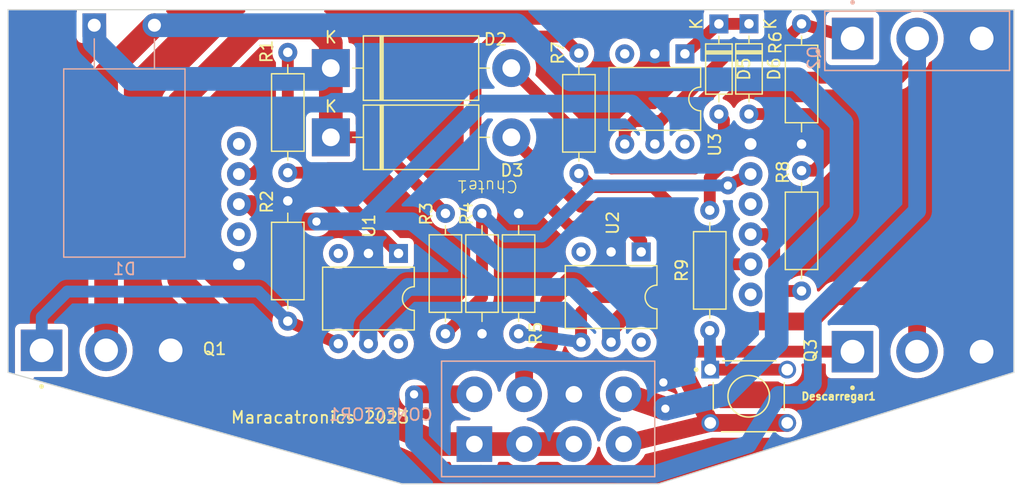
<source format=kicad_pcb>
(kicad_pcb (version 20221018) (generator pcbnew)
  (layers (0 "F.Cu" signal) (31 "B.Cu" signal) (34 "B.Paste" user) (35 "F.Paste" user) (36 "B.SilkS" user "B.Silkscreen") (37 "F.SilkS" user "F.Silkscreen") (38 "B.Mask" user) (39 "F.Mask" user) (44 "Edge.Cuts" user))
  (net 0 "")
  (net 7 "CAP1+")
  (net 8 "SOLENOIDE1_2")
  (net 9 "PWM_carregamento")
  (net 10 "18V")
  (net 12 "ADC_Chute")
  (net 13 "DISPARO NORMAL")
  (net 14 "DISPARO CHIP KICK")
  (net 15 "SOLENOIDE2_2")
  (net 16 "Net-(Q2-Pad1)")
  (net 17 "Net-(Q3-Pad1)")
  (net 18 "Net-(Q1-Pad1)")
  (net 19 "Net-(R7-Pad2)")
  (net 20 "INDUTOR1_2")
  (net 21 "GND")
  (net 22 "Net-(R1-Pad2)")
  (net 23 "Net-(D5-K)")
  (net 27 "Net-(D5-A)")
  (net 28 "Net-(D6-A)")
  (net 29 "Net-(Descarregar1-Pad1)")
  (footprint "Resistor_THT:R_Axial_DIN0207_L6.3mm_D2.5mm_P10.16mm_Horizontal" (layer "F.Cu") (at 150.879848 82.51 -90)
    (fp_text reference "R1" (at -0.078 1.792 90) (layer "F.SilkS"))
    (fp_text value "220")
    (fp_line (start 1.04 0) (end 1.81 0) (stroke (width 0.12)) (layer "F.SilkS"))
    (fp_line (start 1.81 -1.37) (end 1.81 1.37) (stroke (width 0.12)) (layer "F.SilkS"))
    (fp_line (start 1.81 1.37) (end 8.35 1.37) (stroke (width 0.12)) (layer "F.SilkS"))
    (fp_line (start 8.35 -1.37) (end 1.81 -1.37) (stroke (width 0.12)) (layer "F.SilkS"))
    (fp_line (start 8.35 1.37) (end 8.35 -1.37) (stroke (width 0.12)) (layer "F.SilkS"))
    (fp_line (start 9.12 0) (end 8.35 0) (stroke (width 0.12)) (layer "F.SilkS"))
    (pad "1" thru_hole circle (at 0 0 270) (size 1.6 1.6) (drill 0.8) (layers "*.Cu" "*.Mask") (net 9 "PWM_carregamento"))
    (pad "2" thru_hole oval (at 10.16 0 270) (size 1.6 1.6) (drill 0.8) (layers "*.Cu" "*.Mask") (net 22 "Net-(R1-Pad2)"))
  )
  (footprint "Package_DIP:DIP-6_W7.62mm" (layer "F.Cu") (at 180.719848 99.36 -90)
    (fp_text reference "U2" (at -2.45 2.402 90) (layer "F.SilkS"))
    (fp_text value "OPTO DISPARO KICK")
    (fp_line (start 1.16 -1.33) (end 1.16 6.41) (stroke (width 0.12)) (layer "F.SilkS"))
    (fp_line (start 1.16 6.41) (end 6.46 6.41) (stroke (width 0.12)) (layer "F.SilkS"))
    (fp_line (start 2.81 -1.33) (end 1.16 -1.33) (stroke (width 0.12)) (layer "F.SilkS"))
    (fp_line (start 6.46 -1.33) (end 4.81 -1.33) (stroke (width 0.12)) (layer "F.SilkS"))
    (fp_line (start 6.46 6.41) (end 6.46 -1.33) (stroke (width 0.12)) (layer "F.SilkS"))
    (fp_arc (start 4.81 -1.33) (mid 3.81 -0.33) (end 2.81 -1.33) (stroke (width 0.12)) (layer "F.SilkS"))
    (pad "1" thru_hole rect (at 0 0 270) (size 1.6 1.6) (drill 0.8) (layers "*.Cu" "*.Mask") (net 19 "Net-(R7-Pad2)"))
    (pad "2" thru_hole oval (at 0 2.54 270) (size 1.6 1.6) (drill 0.8) (layers "*.Cu" "*.Mask") (net 21 "GND"))
    (pad "3" thru_hole oval (at 0 5.08 270) (size 1.6 1.6) (drill 0.8) (layers "*.Cu" "*.Mask"))
    (pad "4" thru_hole oval (at 7.62 5.08 270) (size 1.6 1.6) (drill 0.8) (layers "*.Cu" "*.Mask") (net 17 "Net-(Q3-Pad1)"))
    (pad "5" thru_hole oval (at 7.62 2.54 270) (size 1.6 1.6) (drill 0.8) (layers "*.Cu" "*.Mask") (net 10 "18V"))
    (pad "6" thru_hole oval (at 7.62 0 270) (size 1.6 1.6) (drill 0.8) (layers "*.Cu" "*.Mask"))
  )
  (footprint "Resistor_THT:R_Axial_DIN0207_L6.3mm_D2.5mm_P10.16mm_Horizontal" (layer "F.Cu") (at 194.259848 102.66 90)
    (fp_text reference "R8" (at 10.028 -1.576 90) (layer "F.SilkS"))
    (fp_text value "100")
    (fp_line (start 1.04 0) (end 1.81 0) (stroke (width 0.12)) (layer "F.SilkS"))
    (fp_line (start 1.81 -1.37) (end 1.81 1.37) (stroke (width 0.12)) (layer "F.SilkS"))
    (fp_line (start 1.81 1.37) (end 8.35 1.37) (stroke (width 0.12)) (layer "F.SilkS"))
    (fp_line (start 8.35 -1.37) (end 1.81 -1.37) (stroke (width 0.12)) (layer "F.SilkS"))
    (fp_line (start 8.35 1.37) (end 8.35 -1.37) (stroke (width 0.12)) (layer "F.SilkS"))
    (fp_line (start 9.12 0) (end 8.35 0) (stroke (width 0.12)) (layer "F.SilkS"))
    (pad "1" thru_hole circle (at 0 0 90) (size 1.6 1.6) (drill 0.8) (layers "*.Cu" "*.Mask") (net 13 "DISPARO NORMAL"))
    (pad "2" thru_hole oval (at 10.16 0 90) (size 1.6 1.6) (drill 0.8) (layers "*.Cu" "*.Mask") (net 28 "Net-(D6-A)"))
  )
  (footprint "Resistor_THT:R_Axial_DIN0207_L6.3mm_D2.5mm_P10.16mm_Horizontal" (layer "F.Cu") (at 175.459848 92.74 90)
    (fp_text reference "R7" (at 10.178 -1.774 90) (layer "F.SilkS"))
    (fp_text value "220")
    (fp_line (start 1.04 0) (end 1.81 0) (stroke (width 0.12)) (layer "F.SilkS"))
    (fp_line (start 1.81 -1.37) (end 1.81 1.37) (stroke (width 0.12)) (layer "F.SilkS"))
    (fp_line (start 1.81 1.37) (end 8.35 1.37) (stroke (width 0.12)) (layer "F.SilkS"))
    (fp_line (start 8.35 -1.37) (end 1.81 -1.37) (stroke (width 0.12)) (layer "F.SilkS"))
    (fp_line (start 8.35 1.37) (end 8.35 -1.37) (stroke (width 0.12)) (layer "F.SilkS"))
    (fp_line (start 9.12 0) (end 8.35 0) (stroke (width 0.12)) (layer "F.SilkS"))
    (pad "1" thru_hole circle (at 0 0 90) (size 1.6 1.6) (drill 0.8) (layers "*.Cu" "*.Mask") (net 14 "DISPARO CHIP KICK"))
    (pad "2" thru_hole oval (at 10.16 0 90) (size 1.6 1.6) (drill 0.8) (layers "*.Cu" "*.Mask") (net 19 "Net-(R7-Pad2)"))
  )
  (footprint "Resistor_THT:R_Axial_DIN0207_L6.3mm_D2.5mm_P10.16mm_Horizontal" (layer "F.Cu") (at 167.279848 96.11 -90)
    (fp_text reference "R4" (at 0.018 1.316 90) (layer "F.SilkS"))
    (fp_text value "22k")
    (fp_line (start 1.04 0) (end 1.81 0) (stroke (width 0.12)) (layer "F.SilkS"))
    (fp_line (start 1.81 -1.37) (end 1.81 1.37) (stroke (width 0.12)) (layer "F.SilkS"))
    (fp_line (start 1.81 1.37) (end 8.35 1.37) (stroke (width 0.12)) (layer "F.SilkS"))
    (fp_line (start 8.35 -1.37) (end 1.81 -1.37) (stroke (width 0.12)) (layer "F.SilkS"))
    (fp_line (start 8.35 1.37) (end 8.35 -1.37) (stroke (width 0.12)) (layer "F.SilkS"))
    (fp_line (start 9.12 0) (end 8.35 0) (stroke (width 0.12)) (layer "F.SilkS"))
    (pad "1" thru_hole circle (at 0 0 270) (size 1.6 1.6) (drill 0.8) (layers "*.Cu" "*.Mask") (net 12 "ADC_Chute"))
    (pad "2" thru_hole oval (at 10.16 0 270) (size 1.6 1.6) (drill 0.8) (layers "*.Cu" "*.Mask") (net 21 "GND"))
  )
  (footprint "Maraca:SW_1825910-6-4" (layer "F.Cu") (at 189.8 111.55)
    (fp_text reference "Descarregar1" (at 7.59 0.01) (layer "F.SilkS") (effects (font (size 0.630643 0.630643))))
    (fp_text value "1825910-6")
    (fp_line (start -2.995 -1.15) (end -2.995 1.15) (stroke (width 0.127)) (layer "F.SilkS"))
    (fp_line (start -2.2 -2.995) (end 2.3 -2.995) (stroke (width 0.127)) (layer "F.SilkS"))
    (fp_line (start 2.3 2.995) (end -2.3 2.995) (stroke (width 0.127)) (layer "F.SilkS"))
    (fp_line (start 3 -1.15) (end 3 1.15) (stroke (width 0.127)) (layer "F.SilkS"))
    (fp_circle (center -4.445 -2.25) (end -4.345 -2.25) (stroke (width 0.2)) (fill none) (layer "F.SilkS"))
    (fp_circle (center 0 0) (end 1.755 0) (stroke (width 0.127)) (fill none) (layer "F.SilkS"))
    (pad "1" thru_hole rect (at -3.25 -2.25) (size 1.498 1.498) (drill 0.99) (layers "*.Cu" "*.Mask") (net 29 "Net-(Descarregar1-Pad1)"))
    (pad "2" thru_hole circle (at 3.25 -2.25) (size 1.498 1.498) (drill 0.99) (layers "*.Cu" "*.Mask") (net 29 "Net-(Descarregar1-Pad1)"))
    (pad "3" thru_hole circle (at -3.25 2.25) (size 1.498 1.498) (drill 0.99) (layers "*.Cu" "*.Mask") (net 10 "18V"))
    (pad "4" thru_hole circle (at 3.25 2.25) (size 1.498 1.498) (drill 0.99) (layers "*.Cu" "*.Mask") (net 10 "18V"))
  )
  (footprint "Diode_THT:D_DO-201AD_P15.24mm_Horizontal" (layer "F.Cu") (at 154.514848 89.685)
    (fp_text reference "D3" (at 15.295 2.8) (layer "F.SilkS"))
    (fp_text value "1N5408")
    (fp_text user "K" (at 0 -2.6) (layer "F.SilkS"))
    (fp_line (start 1.84 0) (end 2.75 0) (stroke (width 0.12)) (layer "F.SilkS"))
    (fp_line (start 2.75 -2.72) (end 2.75 2.72) (stroke (width 0.12)) (layer "F.SilkS"))
    (fp_line (start 2.75 2.72) (end 12.49 2.72) (stroke (width 0.12)) (layer "F.SilkS"))
    (fp_line (start 4.175 -2.72) (end 4.175 2.72) (stroke (width 0.12)) (layer "F.SilkS"))
    (fp_line (start 4.295 -2.72) (end 4.295 2.72) (stroke (width 0.12)) (layer "F.SilkS"))
    (fp_line (start 4.415 -2.72) (end 4.415 2.72) (stroke (width 0.12)) (layer "F.SilkS"))
    (fp_line (start 12.49 -2.72) (end 2.75 -2.72) (stroke (width 0.12)) (layer "F.SilkS"))
    (fp_line (start 12.49 2.72) (end 12.49 -2.72) (stroke (width 0.12)) (layer "F.SilkS"))
    (fp_line (start 13.4 0) (end 12.49 0) (stroke (width 0.12)) (layer "F.SilkS"))
    (pad "1" thru_hole rect (at 0 0) (size 3.2 3.2) (drill 1.5) (layers "*.Cu" "*.Mask") (net 7 "CAP1+"))
    (pad "2" thru_hole oval (at 15.24 0) (size 3.2 3.2) (drill 1.5) (layers "*.Cu" "*.Mask") (net 15 "SOLENOIDE2_2"))
  )
  (footprint "Resistor_THT:R_Axial_DIN0207_L6.3mm_D2.5mm_P10.16mm_Horizontal" (layer "F.Cu") (at 170.369848 106.27 90)
    (fp_text reference "R5" (at 0.038 1.448 90) (layer "F.SilkS"))
    (fp_text value "10k")
    (fp_line (start 1.04 0) (end 1.81 0) (stroke (width 0.12)) (layer "F.SilkS"))
    (fp_line (start 1.81 -1.37) (end 1.81 1.37) (stroke (width 0.12)) (layer "F.SilkS"))
    (fp_line (start 1.81 1.37) (end 8.35 1.37) (stroke (width 0.12)) (layer "F.SilkS"))
    (fp_line (start 8.35 -1.37) (end 1.81 -1.37) (stroke (width 0.12)) (layer "F.SilkS"))
    (fp_line (start 8.35 1.37) (end 8.35 -1.37) (stroke (width 0.12)) (layer "F.SilkS"))
    (fp_line (start 9.12 0) (end 8.35 0) (stroke (width 0.12)) (layer "F.SilkS"))
    (pad "1" thru_hole circle (at 0 0 90) (size 1.6 1.6) (drill 0.8) (layers "*.Cu" "*.Mask") (net 17 "Net-(Q3-Pad1)"))
    (pad "2" thru_hole oval (at 10.16 0 90) (size 1.6 1.6) (drill 0.8) (layers "*.Cu" "*.Mask") (net 21 "GND"))
  )
  (footprint "Maraca:TO545P1560X500X2460-3 90d" (layer "F.Cu") (at 135.539848 107.6725)
    (fp_text reference "Q1" (at 9.156 -0.124) (layer "F.SilkS"))
    (fp_text value "IRFP260N")
    (fp_circle (center -5.45 3.05) (end -5.35 3.05) (stroke (width 0.2)) (fill none) (layer "F.SilkS"))
    (pad "1" thru_hole rect (at -5.45 0) (size 3.5 3.5) (drill 2) (layers "*.Cu" "*.Mask") (net 18 "Net-(Q1-Pad1)"))
    (pad "2" thru_hole circle (at 0 0) (size 3.5 3.5) (drill 2) (layers "*.Cu" "*.Mask") (net 20 "INDUTOR1_2"))
    (pad "3" thru_hole circle (at 5.45 0) (size 3.5 3.5) (drill 2) (layers "*.Cu" "*.Mask") (net 21 "GND"))
  )
  (footprint "Diode_THT:D_DO-35_SOD27_P7.62mm_Horizontal" (layer "F.Cu") (at 187.279848 80.11 -90)
    (fp_text reference "D5" (at 3.81 -2.12 90) (layer "F.SilkS"))
    (fp_text value "1N4148")
    (fp_text user "K" (at -0.01 1.91 90) (layer "F.SilkS"))
    (fp_line (start 1.04 0) (end 1.69 0) (stroke (width 0.12)) (layer "F.SilkS"))
    (fp_line (start 1.69 -1.12) (end 1.69 1.12) (stroke (width 0.12)) (layer "F.SilkS"))
    (fp_line (start 1.69 1.12) (end 5.93 1.12) (stroke (width 0.12)) (layer "F.SilkS"))
    (fp_line (start 2.29 -1.12) (end 2.29 1.12) (stroke (width 0.12)) (layer "F.SilkS"))
    (fp_line (start 2.41 -1.12) (end 2.41 1.12) (stroke (width 0.12)) (layer "F.SilkS"))
    (fp_line (start 2.53 -1.12) (end 2.53 1.12) (stroke (width 0.12)) (layer "F.SilkS"))
    (fp_line (start 5.93 -1.12) (end 1.69 -1.12) (stroke (width 0.12)) (layer "F.SilkS"))
    (fp_line (start 5.93 1.12) (end 5.93 -1.12) (stroke (width 0.12)) (layer "F.SilkS"))
    (fp_line (start 6.58 0) (end 5.93 0) (stroke (width 0.12)) (layer "F.SilkS"))
    (pad "1" thru_hole rect (at 0 0 270) (size 1.6 1.6) (drill 0.8) (layers "*.Cu" "*.Mask") (net 23 "Net-(D5-K)"))
    (pad "2" thru_hole oval (at 7.62 0 270) (size 1.6 1.6) (drill 0.8) (layers "*.Cu" "*.Mask") (net 27 "Net-(D5-A)"))
  )
  (footprint "Resistor_THT:R_Axial_DIN0207_L6.3mm_D2.5mm_P10.16mm_Horizontal" (layer "F.Cu") (at 186.509848 106 90)
    (fp_text reference "R9" (at 5.08 -2.37 90) (layer "F.SilkS"))
    (fp_text value "1.6k")
    (fp_line (start 1.04 0) (end 1.81 0) (stroke (width 0.12)) (layer "F.SilkS"))
    (fp_line (start 1.81 -1.37) (end 1.81 1.37) (stroke (width 0.12)) (layer "F.SilkS"))
    (fp_line (start 1.81 1.37) (end 8.35 1.37) (stroke (width 0.12)) (layer "F.SilkS"))
    (fp_line (start 8.35 -1.37) (end 1.81 -1.37) (stroke (width 0.12)) (layer "F.SilkS"))
    (fp_line (start 8.35 1.37) (end 8.35 -1.37) (stroke (width 0.12)) (layer "F.SilkS"))
    (fp_line (start 9.12 0) (end 8.35 0) (stroke (width 0.12)) (layer "F.SilkS"))
    (pad "1" thru_hole circle (at 0 0 90) (size 1.6 1.6) (drill 0.8) (layers "*.Cu" "*.Mask") (net 29 "Net-(Descarregar1-Pad1)"))
    (pad "2" thru_hole oval (at 10.16 0 90) (size 1.6 1.6) (drill 0.8) (layers "*.Cu" "*.Mask") (net 27 "Net-(D5-A)"))
  )
  (footprint "Maraca:TO545P1560X500X2460-3 90d" (layer "F.Cu") (at 204.009848 107.7825)
    (fp_text reference "Q3" (at -8.988 -0.0965 90) (layer "F.SilkS"))
    (fp_text value "IRFP260N")
    (fp_circle (center -5.45 3.05) (end -5.35 3.05) (stroke (width 0.2)) (fill none) (layer "F.SilkS"))
    (pad "1" thru_hole rect (at -5.45 0) (size 3.5 3.5) (drill 2) (layers "*.Cu" "*.Mask") (net 17 "Net-(Q3-Pad1)"))
    (pad "2" thru_hole circle (at 0 0) (size 3.5 3.5) (drill 2) (layers "*.Cu" "*.Mask") (net 15 "SOLENOIDE2_2"))
    (pad "3" thru_hole circle (at 5.45 0 2) (size 3.5 3.5) (drill 2) (layers "*.Cu" "*.Mask") (net 21 "GND"))
  )
  (footprint "Package_DIP:DIP-6_W7.62mm" (layer "F.Cu") (at 184.409848 82.635 -90)
    (fp_text reference "U3" (at 7.675 -2.53 90) (layer "F.SilkS"))
    (fp_text value "OPTO DISPARO")
    (fp_line (start 1.16 -1.33) (end 1.16 6.41) (stroke (width 0.12)) (layer "F.SilkS"))
    (fp_line (start 1.16 6.41) (end 6.46 6.41) (stroke (width 0.12)) (layer "F.SilkS"))
    (fp_line (start 2.81 -1.33) (end 1.16 -1.33) (stroke (width 0.12)) (layer "F.SilkS"))
    (fp_line (start 6.46 -1.33) (end 4.81 -1.33) (stroke (width 0.12)) (layer "F.SilkS"))
    (fp_line (start 6.46 6.41) (end 6.46 -1.33) (stroke (width 0.12)) (layer "F.SilkS"))
    (fp_arc (start 4.81 -1.33) (mid 3.81 -0.33) (end 2.81 -1.33) (stroke (width 0.12)) (layer "F.SilkS"))
    (pad "1" thru_hole rect (at 0 0 270) (size 1.6 1.6) (drill 0.8) (layers "*.Cu" "*.Mask") (net 23 "Net-(D5-K)"))
    (pad "2" thru_hole oval (at 0 2.54 270) (size 1.6 1.6) (drill 0.8) (layers "*.Cu" "*.Mask") (net 21 "GND"))
    (pad "3" thru_hole oval (at 0 5.08 270) (size 1.6 1.6) (drill 0.8) (layers "*.Cu" "*.Mask"))
    (pad "4" thru_hole oval (at 7.62 5.08 270) (size 1.6 1.6) (drill 0.8) (layers "*.Cu" "*.Mask") (net 16 "Net-(Q2-Pad1)"))
    (pad "5" thru_hole oval (at 7.62 2.54 270) (size 1.6 1.6) (drill 0.8) (layers "*.Cu" "*.Mask") (net 10 "18V"))
    (pad "6" thru_hole oval (at 7.62 0 270) (size 1.6 1.6) (drill 0.8) (layers "*.Cu" "*.Mask"))
  )
  (footprint "Package_DIP:DIP-6_W7.62mm" (layer "F.Cu") (at 160.229848 99.49 -90)
    (fp_text reference "U1" (at -2.326 2.486 90) (layer "F.SilkS"))
    (fp_text value "OPTO PWM")
    (fp_line (start 1.16 -1.33) (end 1.16 6.41) (stroke (width 0.12)) (layer "F.SilkS"))
    (fp_line (start 1.16 6.41) (end 6.46 6.41) (stroke (width 0.12)) (layer "F.SilkS"))
    (fp_line (start 2.81 -1.33) (end 1.16 -1.33) (stroke (width 0.12)) (layer "F.SilkS"))
    (fp_line (start 6.46 -1.33) (end 4.81 -1.33) (stroke (width 0.12)) (layer "F.SilkS"))
    (fp_line (start 6.46 6.41) (end 6.46 -1.33) (stroke (width 0.12)) (layer "F.SilkS"))
    (fp_arc (start 4.81 -1.33) (mid 3.81 -0.33) (end 2.81 -1.33) (stroke (width 0.12)) (layer "F.SilkS"))
    (pad "1" thru_hole rect (at 0 0 270) (size 1.6 1.6) (drill 0.8) (layers "*.Cu" "*.Mask") (net 22 "Net-(R1-Pad2)"))
    (pad "2" thru_hole oval (at 0 2.54 270) (size 1.6 1.6) (drill 0.8) (layers "*.Cu" "*.Mask") (net 21 "GND"))
    (pad "3" thru_hole oval (at 0 5.08 270) (size 1.6 1.6) (drill 0.8) (layers "*.Cu" "*.Mask"))
    (pad "4" thru_hole oval (at 7.62 5.08 270) (size 1.6 1.6) (drill 0.8) (layers "*.Cu" "*.Mask") (net 18 "Net-(Q1-Pad1)"))
    (pad "5" thru_hole oval (at 7.62 2.54 270) (size 1.6 1.6) (drill 0.8) (layers "*.Cu" "*.Mask") (net 10 "18V"))
    (pad "6" thru_hole oval (at 7.62 0 270) (size 1.6 1.6) (drill 0.8) (layers "*.Cu" "*.Mask"))
  )
  (footprint "Resistor_THT:R_Axial_DIN0207_L6.3mm_D2.5mm_P10.16mm_Horizontal" (layer "F.Cu") (at 150.879848 95.05 -90)
    (fp_text reference "R2" (at 0.082 1.772 90) (layer "F.SilkS"))
    (fp_text value "10k")
    (fp_line (start 1.04 0) (end 1.81 0) (stroke (width 0.12)) (layer "F.SilkS"))
    (fp_line (start 1.81 -1.37) (end 1.81 1.37) (stroke (width 0.12)) (layer "F.SilkS"))
    (fp_line (start 1.81 1.37) (end 8.35 1.37) (stroke (width 0.12)) (layer "F.SilkS"))
    (fp_line (start 8.35 -1.37) (end 1.81 -1.37) (stroke (width 0.12)) (layer "F.SilkS"))
    (fp_line (start 8.35 1.37) (end 8.35 -1.37) (stroke (width 0.12)) (layer "F.SilkS"))
    (fp_line (start 9.12 0) (end 8.35 0) (stroke (width 0.12)) (layer "F.SilkS"))
    (pad "1" thru_hole circle (at 0 0 270) (size 1.6 1.6) (drill 0.8) (layers "*.Cu" "*.Mask") (net 21 "GND"))
    (pad "2" thru_hole oval (at 10.16 0 270) (size 1.6 1.6) (drill 0.8) (layers "*.Cu" "*.Mask") (net 18 "Net-(Q1-Pad1)"))
  )
  (footprint "Maraca:Conn_2x11_Maraca_Chute" (layer "F.Cu") (at 168.409848 95.285)
    (fp_text reference "Chute1" (at -0.69 -1.46 180 unlocked) (layer "F.SilkS") (effects (font (thickness 0.1))))
    (fp_text value "Conn_02x11_Pin_Maraca")
    (pad "1" thru_hole circle (at -21.66 -5.04) (size 2 2) (drill 1) (layers "*.Cu" "*.Mask"))
    (pad "2" thru_hole circle (at -21.66 -2.5) (size 2 2) (drill 1) (layers "*.Cu" "*.Mask") (net 9 "PWM_carregamento"))
    (pad "3" thru_hole circle (at -21.66 0.04) (size 2 2) (drill 1) (layers "*.Cu" "*.Mask") (net 10 "18V"))
    (pad "4" thru_hole circle (at -21.66 2.58) (size 2 2) (drill 1) (layers "*.Cu" "*.Mask"))
    (pad "5" thru_hole circle (at -21.66 5.12) (size 2 2) (drill 1) (layers "*.Cu" "*.Mask") (net 21 "GND"))
    (pad "6" thru_hole circle (at 21.55 -5.04) (size 2 2) (drill 1) (layers "*.Cu" "*.Mask") (net 21 "GND"))
    (pad "7" thru_hole circle (at 21.55 -2.5) (size 2 2) (drill 1) (layers "*.Cu" "*.Mask") (net 12 "ADC_Chute"))
    (pad "8" thru_hole circle (at 21.55 0.04) (size 2 2) (drill 1) (layers "*.Cu" "*.Mask"))
    (pad "9" thru_hole circle (at 21.55 2.58) (size 2 2) (drill 1) (layers "*.Cu" "*.Mask") (net 13 "DISPARO NORMAL"))
    (pad "10" thru_hole circle (at 21.55 5.12) (size 2 2) (drill 1) (layers "*.Cu" "*.Mask") (net 14 "DISPARO CHIP KICK"))
    (pad "11" thru_hole circle (at 21.55 7.66) (size 2 2) (drill 1) (layers "*.Cu" "*.Mask"))
  )
  (footprint "Diode_THT:D_DO-201AD_P15.24mm_Horizontal" (layer "F.Cu") (at 154.509848 83.84)
    (fp_text reference "D2" (at 13.902 -2.424) (layer "F.SilkS"))
    (fp_text value "1N5408")
    (fp_text user "K" (at 0 -2.6) (layer "F.SilkS"))
    (fp_line (start 1.84 0) (end 2.75 0) (stroke (width 0.12)) (layer "F.SilkS"))
    (fp_line (start 2.75 -2.72) (end 2.75 2.72) (stroke (width 0.12)) (layer "F.SilkS"))
    (fp_line (start 2.75 2.72) (end 12.49 2.72) (stroke (width 0.12)) (layer "F.SilkS"))
    (fp_line (start 4.175 -2.72) (end 4.175 2.72) (stroke (width 0.12)) (layer "F.SilkS"))
    (fp_line (start 4.295 -2.72) (end 4.295 2.72) (stroke (width 0.12)) (layer "F.SilkS"))
    (fp_line (start 4.415 -2.72) (end 4.415 2.72) (stroke (width 0.12)) (layer "F.SilkS"))
    (fp_line (start 12.49 -2.72) (end 2.75 -2.72) (stroke (width 0.12)) (layer "F.SilkS"))
    (fp_line (start 12.49 2.72) (end 12.49 -2.72) (stroke (width 0.12)) (layer "F.SilkS"))
    (fp_line (start 13.4 0) (end 12.49 0) (stroke (width 0.12)) (layer "F.SilkS"))
    (pad "1" thru_hole rect (at 0 0) (size 3.2 3.2) (drill 1.5) (layers "*.Cu" "*.Mask") (net 7 "CAP1+"))
    (pad "2" thru_hole oval (at 15.24 0) (size 3.2 3.2) (drill 1.5) (layers "*.Cu" "*.Mask") (net 8 "SOLENOIDE1_2"))
  )
  (footprint "Resistor_THT:R_Axial_DIN0207_L6.3mm_D2.5mm_P10.16mm_Horizontal" (layer "F.Cu") (at 194.259848 80.1 -90)
    (fp_text reference "R6" (at 1.59 2.21 90) (layer "F.SilkS"))
    (fp_text value "10k")
    (fp_line (start 1.04 0) (end 1.81 0) (stroke (width 0.12)) (layer "F.SilkS"))
    (fp_line (start 1.81 -1.37) (end 1.81 1.37) (stroke (width 0.12)) (layer "F.SilkS"))
    (fp_line (start 1.81 1.37) (end 8.35 1.37) (stroke (width 0.12)) (layer "F.SilkS"))
    (fp_line (start 8.35 -1.37) (end 1.81 -1.37) (stroke (width 0.12)) (layer "F.SilkS"))
    (fp_line (start 8.35 1.37) (end 8.35 -1.37) (stroke (width 0.12)) (layer "F.SilkS"))
    (fp_line (start 9.12 0) (end 8.35 0) (stroke (width 0.12)) (layer "F.SilkS"))
    (pad "1" thru_hole circle (at 0 0 270) (size 1.6 1.6) (drill 0.8) (layers "*.Cu" "*.Mask") (net 16 "Net-(Q2-Pad1)"))
    (pad "2" thru_hole oval (at 10.16 0 270) (size 1.6 1.6) (drill 0.8) (layers "*.Cu" "*.Mask") (net 21 "GND"))
  )
  (footprint "Resistor_THT:R_Axial_DIN0207_L6.3mm_D2.5mm_P10.16mm_Horizontal" (layer "F.Cu") (at 164.189848 96.11 -90)
    (fp_text reference "R3" (at 0.038 1.62 90) (layer "F.SilkS"))
    (fp_text value "2.2M")
    (fp_line (start 1.04 0) (end 1.81 0) (stroke (width 0.12)) (layer "F.SilkS"))
    (fp_line (start 1.81 -1.37) (end 1.81 1.37) (stroke (width 0.12)) (layer "F.SilkS"))
    (fp_line (start 1.81 1.37) (end 8.35 1.37) (stroke (width 0.12)) (layer "F.SilkS"))
    (fp_line (start 8.35 -1.37) (end 1.81 -1.37) (stroke (width 0.12)) (layer "F.SilkS"))
    (fp_line (start 8.35 1.37) (end 8.35 -1.37) (stroke (width 0.12)) (layer "F.SilkS"))
    (fp_line (start 9.12 0) (end 8.35 0) (stroke (width 0.12)) (layer "F.SilkS"))
    (pad "1" thru_hole circle (at 0 0 270) (size 1.6 1.6) (drill 0.8) (layers "*.Cu" "*.Mask") (net 7 "CAP1+"))
    (pad "2" thru_hole oval (at 10.16 0 270) (size 1.6 1.6) (drill 0.8) (layers "*.Cu" "*.Mask") (net 12 "ADC_Chute"))
  )
  (footprint "Diode_THT:D_DO-35_SOD27_P7.62mm_Horizontal" (layer "F.Cu") (at 189.819848 80.1 -90)
    (fp_text reference "D6" (at 3.81 -2.12 90) (layer "F.SilkS"))
    (fp_text value "1N4148")
    (fp_text user "K" (at 0 -1.8 90) (layer "F.SilkS"))
    (fp_line (start 1.04 0) (end 1.69 0) (stroke (width 0.12)) (layer "F.SilkS"))
    (fp_line (start 1.69 -1.12) (end 1.69 1.12) (stroke (width 0.12)) (layer "F.SilkS"))
    (fp_line (start 1.69 1.12) (end 5.93 1.12) (stroke (width 0.12)) (layer "F.SilkS"))
    (fp_line (start 2.29 -1.12) (end 2.29 1.12) (stroke (width 0.12)) (layer "F.SilkS"))
    (fp_line (start 2.41 -1.12) (end 2.41 1.12) (stroke (width 0.12)) (layer "F.SilkS"))
    (fp_line (start 2.53 -1.12) (end 2.53 1.12) (stroke (width 0.12)) (layer "F.SilkS"))
    (fp_line (start 5.93 -1.12) (end 1.69 -1.12) (stroke (width 0.12)) (layer "F.SilkS"))
    (fp_line (start 5.93 1.12) (end 5.93 -1.12) (stroke (width 0.12)) (layer "F.SilkS"))
    (fp_line (start 6.58 0) (end 5.93 0) (stroke (width 0.12)) (layer "F.SilkS"))
    (pad "1" thru_hole rect (at 0 0 270) (size 1.6 1.6) (drill 0.8) (layers "*.Cu" "*.Mask") (net 23 "Net-(D5-K)"))
    (pad "2" thru_hole oval (at 7.62 0 270) (size 1.6 1.6) (drill 0.8) (layers "*.Cu" "*.Mask") (net 28 "Net-(D6-A)"))
  )
  (footprint "Package_TO_SOT_THT:TO-220-2_Horizontal_TabDown" (layer "B.Cu") (at 134.539848 80.22)
    (fp_text reference "D1" (at 2.54 20.58) (layer "B.SilkS") (effects (justify mirror)))
    (fp_text value "BYV79-200")
    (fp_line (start -2.58 3.69) (end 7.66 3.69) (stroke (width 0.12)) (layer "B.SilkS"))
    (fp_line (start -2.58 19.58) (end -2.58 3.69) (stroke (width 0.12)) (layer "B.SilkS"))
    (fp_line (start -2.58 19.58) (end 7.66 19.58) (stroke (width 0.12)) (layer "B.SilkS"))
    (fp_line (start 0 3.69) (end 0 1.15) (stroke (width 0.12)) (layer "B.SilkS"))
    (fp_line (start 5.08 3.69) (end 5.08 1.165) (stroke (width 0.12)) (layer "B.SilkS"))
    (fp_line (start 7.66 19.58) (end 7.66 3.69) (stroke (width 0.12)) (layer "B.SilkS"))
    (pad "1" thru_hole rect (at 0 0) (size 2 2) (drill 1.1) (layers "*.Cu" "*.Mask") (net 7 "CAP1+"))
    (pad "2" thru_hole oval (at 5.08 0) (size 2 2) (drill 1.1) (layers "*.Cu" "*.Mask") (net 20 "INDUTOR1_2"))
  )
  (footprint "Maraca:TE_1586037-8b" (layer "B.Cu") (at 166.634848 115.585)
    (fp_text reference "CONECTOR1" (at -7.905 -2.485) (layer "B.SilkS") (effects (justify mirror)))
    (fp_text value "CONECTOR1")
    (fp_line (start -2.77 -7) (end -2.77 2.75) (stroke (width 0.127)) (layer "B.SilkS"))
    (fp_line (start 15.23 -7) (end -2.77 -7) (stroke (width 0.127)) (layer "B.SilkS"))
    (fp_line (start 15.23 2.75) (end -2.77 2.75) (stroke (width 0.127)) (layer "B.SilkS"))
    (fp_line (start 15.23 2.75) (end 15.23 -7) (stroke (width 0.127)) (layer "B.SilkS"))
    (pad "1" thru_hole rect (at 0 0) (size 3 3) (drill 1.4) (layers "*.Cu" "*.Mask") (net 7 "CAP1+"))
    (pad "2" thru_hole circle (at 4.2 0) (size 3 3) (drill 1.4) (layers "*.Cu" "*.Mask") (net 7 "CAP1+"))
    (pad "3" thru_hole circle (at 8.4 0) (size 3 3) (drill 1.4) (layers "*.Cu" "*.Mask") (net 7 "CAP1+"))
    (pad "4" thru_hole circle (at 12.6 0) (size 3 3) (drill 1.4) (layers "*.Cu" "*.Mask") (net 10 "18V"))
    (pad "5" thru_hole circle (at 0 -4.2) (size 3 3) (drill 1.4) (layers "*.Cu" "*.Mask") (net 8 "SOLENOIDE1_2"))
    (pad "6" thru_hole circle (at 4.2 -4.2) (size 3 3) (drill 1.4) (layers "*.Cu" "*.Mask") (net 15 "SOLENOIDE2_2"))
    (pad "7" thru_hole circle (at 8.4 -4.2) (size 3 3) (drill 1.4) (layers "*.Cu" "*.Mask") (net 21 "GND"))
    (pad "8" thru_hole circle (at 12.6 -4.2) (size 3 3) (drill 1.4) (layers "*.Cu" "*.Mask") (net 20 "INDUTOR1_2"))
  )
  (footprint "Maraca:TO545P1560X500X2460-3 90d" (layer "B.Cu") (at 204.019848 81.34)
    (fp_text reference "Q2" (at -8.714 1.634 90) (layer "B.SilkS") (effects (justify mirror)))
    (fp_text value "IRFP260N")
    (fp_line (start -7.8 -2.3) (end -7.8 2.7) (stroke (width 0.127)) (layer "B.SilkS"))
    (fp_line (start -7.8 2.7) (end 7.8 2.7) (stroke (width 0.127)) (layer "B.SilkS"))
    (fp_line (start 7.8 -2.3) (end -7.8 -2.3) (stroke (width 0.127)) (layer "B.SilkS"))
    (fp_line (start 7.8 2.7) (end 7.8 -2.3) (stroke (width 0.127)) (layer "B.SilkS"))
    (fp_circle (center -5.45 -3.05) (end -5.35 -3.05) (stroke (width 0.2)) (fill none) (layer "B.SilkS"))
    (pad "1" thru_hole rect (at -5.45 0) (size 3.5 3.5) (drill 2) (layers "*.Cu" "*.Mask") (net 16 "Net-(Q2-Pad1)"))
    (pad "2" thru_hole circle (at 0 0) (size 3.5 3.5) (drill 2) (layers "*.Cu" "*.Mask") (net 8 "SOLENOIDE1_2"))
    (pad "3" thru_hole circle (at 5.45 0) (size 3.5 3.5) (drill 2) (layers "*.Cu" "*.Mask") (net 21 "GND"))
  )
  (gr_line (start 212.189848 109.53) (end 182.189848 118.94) (stroke (width 0.1)) (layer "Edge.Cuts"))
  (gr_line (start 127.259848 78.91) (end 212.189848 78.91) (stroke (width 0.1)) (layer "Edge.Cuts"))
  (gr_line (start 127.259848 109.53) (end 127.259848 78.91) (stroke (width 0.1)) (layer "Edge.Cuts"))
  (gr_line (start 127.259848 109.53) (end 160.509848 118.94) (stroke (width 0.1)) (layer "Edge.Cuts"))
  (gr_line (start 212.189848 78.91) (end 212.189848 109.53) (stroke (width 0.1)) (layer "Edge.Cuts"))
  (gr_line (start 160.509848 118.94) (end 182.189848 118.94) (stroke (width 0.1)) (layer "Edge.Cuts"))
  (gr_text "Maracatronics 2023" (at 145.99 113.92) (layer "F.SilkS") (effects (font (size 1 1)) (justify left bottom)))
  (segment (start 154.514848 89.685) (end 157.764848 89.685) (width 1) (layer "F.Cu") (net 7))
  (segment (start 141.709848 86.735) (end 148.034848 80.41) (width 2) (layer "F.Cu") (net 7))
  (segment (start 149.784848 109.735) (end 141.709848 101.66) (width 2) (layer "F.Cu") (net 7))
  (segment (start 148.034848 80.41) (end 153.209848 80.41) (width 2) (layer "F.Cu") (net 7))
  (segment (start 153.209848 80.41) (end 154.509848 81.71) (width 2) (layer "F.Cu") (net 7))
  (segment (start 163.634848 115.585) (end 149.784848 109.735) (width 2) (layer "F.Cu") (net 7))
  (segment (start 141.709848 101.66) (end 141.709848 86.735) (width 2) (layer "F.Cu") (net 7))
  (segment (start 154.514848 89.685) (end 154.509848 83.84) (width 2) (layer "F.Cu") (net 7))
  (segment (start 157.764848 89.685) (end 164.189848 96.11) (width 1) (layer "F.Cu") (net 7))
  (segment (start 166.634848 115.585) (end 170.834848 115.585) (width 2) (layer "F.Cu") (net 7))
  (segment (start 170.834848 115.585) (end 175.034848 115.585) (width 2) (layer "F.Cu") (net 7))
  (segment (start 154.509848 81.71) (end 154.509848 83.84) (width 2) (layer "F.Cu") (net 7))
  (segment (start 166.634848 115.585) (end 163.634848 115.585) (width 2) (layer "F.Cu") (net 7))
  (segment (start 154.509848 83.84) (end 153.599848 84.75) (width 2) (layer "B.Cu") (net 7))
  (segment (start 153.599848 84.75) (end 137.659848 84.75) (width 2) (layer "B.Cu") (net 7))
  (segment (start 134.549848 81.64) (end 134.539848 80.22) (width 2) (layer "B.Cu") (net 7))
  (segment (start 137.659848 84.75) (end 134.549848 81.64) (width 2) (layer "B.Cu") (net 7))
  (segment (start 185.259848 92.31) (end 178.219848 92.31) (width 1) (layer "F.Cu") (net 8))
  (segment (start 202.527818 84.65) (end 204.037818 83.14) (width 1) (layer "F.Cu") (net 8))
  (segment (start 185.329848 88.66) (end 185.329848 87.17) (width 1) (layer "F.Cu") (net 8))
  (segment (start 186.309848 89.64) (end 185.329848 88.66) (width 1) (layer "F.Cu") (net 8))
  (segment (start 187.849848 84.65) (end 202.527818 84.65) (width 1) (layer "F.Cu") (net 8))
  (segment (start 186.309848 91.26) (end 186.309848 89.64) (width 1) (layer "F.Cu") (net 8))
  (segment (start 185.259848 92.31) (end 186.309848 91.26) (width 1) (layer "F.Cu") (net 8))
  (segment (start 204.037818 83.14) (end 204.019848 81.34) (width 1) (layer "F.Cu") (net 8))
  (segment (start 161.54 111.385) (end 166.634848 111.385) (width 1.5) (layer "F.Cu") (net 8))
  (segment (start 178.219848 92.31) (end 169.749848 83.84) (width 1) (layer "F.Cu") (net 8))
  (segment (start 185.329848 87.17) (end 187.849848 84.65) (width 1) (layer "F.Cu") (net 8))
  (via (at 161.54 111.385) (size 1.5) (drill 0.7) (layers "F.Cu" "B.Cu") (net 8))
  (segment (start 181.88 118.11) (end 178.759848 118.11) (width 1.5) (layer "B.Cu") (net 8))
  (segment (start 178.759848 118.11) (end 167.179848 118.095521) (width 1.5) (layer "B.Cu") (net 8))
  (segment (start 161.54 115.390152) (end 161.54 111.385) (width 1.5) (layer "B.Cu") (net 8))
  (segment (start 189.75 115.6) (end 181.88 118.11) (width 1.5) (layer "B.Cu") (net 8))
  (segment (start 204.019848 95.88) (end 195.21 104.689848) (width 1.5) (layer "B.Cu") (net 8))
  (segment (start 194.23 111.44) (end 192.32 111.44) (width 1.5) (layer "B.Cu") (net 8))
  (segment (start 167.179848 118.095521) (end 164.245369 118.095521) (width 1.5) (layer "B.Cu") (net 8))
  (segment (start 192.32 111.44) (end 189.75 115.6) (width 1.5) (layer "B.Cu") (net 8))
  (segment (start 204.019848 81.34) (end 204.019848 95.88) (width 1.5) (layer "B.Cu") (net 8))
  (segment (start 195.21 110.46) (end 194.23 111.44) (width 1.5) (layer "B.Cu") (net 8))
  (segment (start 195.21 104.689848) (end 195.21 110.46) (width 1.5) (layer "B.Cu") (net 8))
  (segment (start 164.245369 118.095521) (end 161.54 115.390152) (width 1.5) (layer "B.Cu") (net 8))
  (segment (start 146.749848 92.785) (end 147.954848 92.785) (width 1) (layer "F.Cu") (net 9))
  (segment (start 147.954848 92.785) (end 150.879848 89.86) (width 1) (layer "F.Cu") (net 9))
  (segment (start 150.879848 89.86) (end 150.879848 82.51) (width 1) (layer "F.Cu") (net 9))
  (segment (start 186.55 113.8) (end 181.77 104.62) (width 1.5) (layer "F.Cu") (net 10))
  (segment (start 181.77 104.62) (end 179.34 104.62) (width 1.5) (layer "F.Cu") (net 10))
  (segment (start 179.34 104.62) (end 178.179848 105.780152) (width 1.5) (layer "F.Cu") (net 10))
  (segment (start 149.25 96.8) (end 147.775 95.325) (width 1.5) (layer "F.Cu") (net 10))
  (segment (start 186.55 113.8) (end 193.05 113.8) (width 1.5) (layer "F.Cu") (net 10))
  (segment (start 178.179848 105.780152) (end 178.179848 106.98) (width 1.5) (layer "F.Cu") (net 10))
  (segment (start 153.3 96.8) (end 149.25 96.8) (width 1.5) (layer "F.Cu") (net 10))
  (segment (start 179.234848 115.585) (end 186.55 113.8) (width 1.5) (layer "F.Cu") (net 10))
  (segment (start 147.775 95.325) (end 146.749848 95.325) (width 1.5) (layer "F.Cu") (net 10))
  (via (at 153.3 96.8) (size 1.5) (drill 0.7) (layers "F.Cu" "B.Cu") (net 10))
  (segment (start 179.939848 86.84) (end 181.869848 88.77) (width 1.5) (layer "B.Cu") (net 10))
  (segment (start 181.869848 88.77) (end 181.869848 90.255) (width 1.5) (layer "B.Cu") (net 10))
  (segment (start 168.22335 102.321498) (end 161.02335 102.321498) (width 1.5) (layer "B.Cu") (net 10))
  (segment (start 178.179848 105.529848) (end 174.971498 102.321498) (width 1.5) (layer "B.Cu") (net 10))
  (segment (start 161.354848 96.775) (end 161.489848 96.91) (width 1.5) (layer "B.Cu") (net 10))
  (segment (start 167.219848 86.84) (end 179.939848 86.84) (width 1.5) (layer "B.Cu") (net 10))
  (segment (start 157.689848 105.655) (end 157.689848 107.11) (width 1.5) (layer "B.Cu") (net 10))
  (segment (start 161.489848 96.91) (end 168.22335 102.321498) (width 1.5) (layer "B.Cu") (net 10))
  (segment (start 161.02335 102.321498) (end 157.689848 105.655) (width 1.5) (layer "B.Cu") (net 10))
  (segment (start 157.284848 96.775) (end 167.219848 86.84) (width 1.5) (layer "B.Cu") (net 10))
  (segment (start 153.3 96.8) (end 155.68 96.775) (width 1.5) (layer "B.Cu") (net 10))
  (segment (start 174.971498 102.321498) (end 168.22335 102.321498) (width 1.5) (layer "B.Cu") (net 10))
  (segment (start 155.68 96.775) (end 157.284848 96.775) (width 1.5) (layer "B.Cu") (net 10))
  (segment (start 178.179848 106.98) (end 178.179848 105.529848) (width 1.5) (layer "B.Cu") (net 10))
  (segment (start 157.284848 96.775) (end 161.354848 96.775) (width 1.5) (layer "B.Cu") (net 10))
  (segment (start 167.279848 96.11) (end 167.279848 103.18) (width 1) (layer "F.Cu") (net 12))
  (segment (start 188.04 93.75) (end 189.959848 92.785) (width 1) (layer "F.Cu") (net 12))
  (segment (start 167.279848 103.18) (end 164.189848 106.27) (width 1) (layer "F.Cu") (net 12))
  (via (at 188.04 93.75) (size 1.5) (drill 0.7) (layers "F.Cu" "B.Cu") (net 12))
  (segment (start 176.619848 93.75) (end 172.319848 98.05) (width 1) (layer "B.Cu") (net 12))
  (segment (start 188.04 93.75) (end 176.619848 93.75) (width 1) (layer "B.Cu") (net 12))
  (segment (start 169.219848 98.05) (end 167.279848 96.11) (width 1) (layer "B.Cu") (net 12))
  (segment (start 172.319848 98.05) (end 169.219848 98.05) (width 1) (layer "B.Cu") (net 12))
  (segment (start 191.95 98.600152) (end 191.209848 97.86) (width 1) (layer "F.Cu") (net 13))
  (segment (start 192.65 102.66) (end 191.95 101.96) (width 1) (layer "F.Cu") (net 13))
  (segment (start 191.95 101.96) (end 191.95 98.600152) (width 1) (layer "F.Cu") (net 13))
  (segment (start 189.959848 97.865) (end 191.209848 97.86) (width 1) (layer "F.Cu") (net 13))
  (segment (start 194.259848 102.66) (end 192.65 102.66) (width 1) (layer "F.Cu") (net 13))
  (segment (start 189.959848 100.405) (end 188.249848 100.4) (width 1) (layer "F.Cu") (net 14))
  (segment (start 176.604848 93.885) (end 175.459848 92.74) (width 1) (layer "F.Cu") (net 14))
  (segment (start 188.249848 100.4) (end 181.734848 93.885) (width 1) (layer "F.Cu") (net 14))
  (segment (start 181.734848 93.885) (end 176.604848 93.885) (width 1) (layer "F.Cu") (net 14))
  (segment (start 183.7 98.650152) (end 180.584848 95.535) (width 1) (layer "F.Cu") (net 15))
  (segment (start 185.359848 101.61) (end 186.699848 102.95) (width 1.5) (layer "F.Cu") (net 15))
  (segment (start 172.349264 107.749264) (end 172.94 107.158528) (width 1.5) (layer "F.Cu") (net 15))
  (segment (start 172.94 103.56) (end 174.89 101.61) (width 1.5) (layer "F.Cu") (net 15))
  (segment (start 172.94 107.158528) (end 172.94 103.56) (width 1.5) (layer "F.Cu") (net 15))
  (segment (start 174.89 101.61) (end 185.359848 101.61) (width 1.5) (layer "F.Cu") (net 15))
  (segment (start 170.834848 109.26368) (end 172.349264 107.749264) (width 1.5) (layer "F.Cu") (net 15))
  (segment (start 194.984848 105.235) (end 197.119848 103.1) (width 1.5) (layer "F.Cu") (net 15))
  (segment (start 197.119848 103.1) (end 202.703677 103.1) (width 1.5) (layer "F.Cu") (net 15))
  (segment (start 180.584848 95.535) (end 175.604848 95.535) (width 1) (layer "F.Cu") (net 15))
  (segment (start 190.359848 105.235) (end 194.984848 105.235) (width 1.5) (layer "F.Cu") (net 15))
  (segment (start 204.019848 104.416171) (end 204.009848 107.7825) (width 1.5) (layer "F.Cu") (net 15))
  (segment (start 183.7 100.71) (end 183.7 98.650152) (width 1) (layer "F.Cu") (net 15))
  (segment (start 184.21 101.61) (end 183.7 100.71) (width 1) (layer "F.Cu") (net 15))
  (segment (start 175.604848 95.535) (end 169.754848 89.685) (width 1) (layer "F.Cu") (net 15))
  (segment (start 186.699848 102.95) (end 188.984848 105.235) (width 1.5) (layer "F.Cu") (net 15))
  (segment (start 190.359848 105.235) (end 188.984848 105.235) (width 1.5) (layer "F.Cu") (net 15))
  (segment (start 170.834848 111.385) (end 170.834848 109.26368) (width 1.5) (layer "F.Cu") (net 15))
  (segment (start 202.703677 103.1) (end 204.019848 104.416171) (width 1.5) (layer "F.Cu") (net 15))
  (segment (start 179.329848 90.255) (end 179.329848 89.115) (width 1) (layer "F.Cu") (net 16))
  (segment (start 180.134848 88.31) (end 182.349848 88.31) (width 1) (layer "F.Cu") (net 16))
  (segment (start 182.349848 88.31) (end 188.489848 82.17) (width 1) (layer "F.Cu") (net 16))
  (segment (start 194.259848 80.1) (end 198.569848 81.34) (width 1) (layer "F.Cu") (net 16))
  (segment (start 192.189848 82.17) (end 194.259848 80.1) (width 1) (layer "F.Cu") (net 16))
  (segment (start 179.329848 89.115) (end 180.134848 88.31) (width 1) (layer "F.Cu") (net 16))
  (segment (start 188.489848 82.17) (end 192.189848 82.17) (width 1) (layer "F.Cu") (net 16))
  (segment (start 185.11 107.78) (end 198.559848 107.7825) (width 1) (layer "F.Cu") (net 17))
  (segment (start 176.92 103.17) (end 182.77 103.17) (width 1) (layer "F.Cu") (net 17))
  (segment (start 175.639848 106.98) (end 175.639848 104.450152) (width 1) (layer "F.Cu") (net 17))
  (segment (start 175.639848 104.450152) (end 176.92 103.17) (width 1) (layer "F.Cu") (net 17))
  (segment (start 182.77 103.17) (end 185.11 107.78) (width 1) (layer "F.Cu") (net 17))
  (segment (start 175.639848 106.98) (end 170.369848 106.27) (width 1) (layer "B.Cu") (net 17))
  (segment (start 155.149848 107.11) (end 150.879848 105.21) (width 1) (layer "F.Cu") (net 18))
  (segment (start 148.379848 102.71) (end 132.259848 102.71) (width 1) (layer "B.Cu") (net 18))
  (segment (start 150.879848 105.21) (end 148.379848 102.71) (width 1) (layer "B.Cu") (net 18))
  (segment (start 132.259848 102.71) (end 130.109848 104.86) (width 1) (layer "B.Cu") (net 18))
  (segment (start 130.109848 104.86) (end 130.089848 107.6725) (width 1) (layer "B.Cu") (net 18))
  (segment (start 180.719848 98.445) (end 180.172348 97.8975) (width 1) (layer "F.Cu") (net 19))
  (segment (start 180.719848 99.36) (end 180.719848 98.445) (width 1) (layer "F.Cu") (net 19))
  (segment (start 166.73 90.82) (end 168.49 92.58) (width 1) (layer "F.Cu") (net 19))
  (segment (start 168.49 81.18) (end 166.73 82.94) (width 1) (layer "F.Cu") (net 19))
  (segment (start 168.49 92.58) (end 170.054848 92.58) (width 1) (layer "F.Cu") (net 19))
  (segment (start 174.059848 81.18) (end 168.49 81.18) (width 1) (layer "F.Cu") (net 19))
  (segment (start 170.054848 92.58) (end 174.709848 97.235) (width 1) (layer "F.Cu") (net 19))
  (segment (start 179.509848 97.235) (end 180.172348 97.8975) (width 1) (layer "F.Cu") (net 19))
  (segment (start 166.73 82.94) (end 166.73 90.82) (width 1) (layer "F.Cu") (net 19))
  (segment (start 180.172348 97.8975) (end 179.659848 97.385) (width 1) (layer "F.Cu") (net 19))
  (segment (start 174.709848 97.235) (end 179.509848 97.235) (width 1) (layer "F.Cu") (net 19))
  (segment (start 175.459848 82.58) (end 174.059848 81.18) (width 1) (layer "F.Cu") (net 19))
  (segment (start 135.539848 84.3) (end 139.619848 80.22) (width 2) (layer "F.Cu") (net 20))
  (segment (start 135.539848 107.6725) (end 135.539848 84.3) (width 2) (layer "F.Cu") (net 20))
  (segment (start 182.76 112.6) (end 179.234848 111.385) (width 2) (layer "F.Cu") (net 20))
  (via (at 182.76 112.6) (size 1.5) (drill 0.7) (layers "F.Cu" "B.Cu") (net 20))
  (segment (start 174.759848 84.785) (end 170.194848 80.22) (width 2) (layer "B.Cu") (net 20))
  (segment (start 187.744 111.385) (end 192.159848 106.969152) (width 2) (layer "B.Cu") (net 20))
  (segment (start 192.159848 106.969152) (end 192.159848 101.440152) (width 2) (layer "B.Cu") (net 20))
  (segment (start 170.194848 80.22) (end 139.619848 80.22) (width 2) (layer "B.Cu") (net 20))
  (segment (start 197.63 88.5) (end 193.915 84.785) (width 2) (layer "B.Cu") (net 20))
  (segment (start 192.159848 101.440152) (end 197.63 95.97) (width 2) (layer "B.Cu") (net 20))
  (segment (start 193.915 84.785) (end 174.759848 84.785) (width 2) (layer "B.Cu") (net 20))
  (segment (start 197.63 95.97) (end 197.63 88.5) (width 2) (layer "B.Cu") (net 20))
  (segment (start 182.76 112.6) (end 187.744 111.385) (width 2) (layer "B.Cu") (net 20))
  (segment (start 209.469848 81.34) (end 209.459848 107.7825) (width 1) (layer "F.Cu") (net 21))
  (via (at 182.59 110.38) (size 1.5) (drill 0.7) (layers "F.Cu" "B.Cu") (net 21))
  (segment (start 153.409848 92.67) (end 160.229848 99.49) (width 1) (layer "F.Cu") (net 22))
  (segment (start 153.409848 92.67) (end 150.879848 92.67) (width 1) (layer "F.Cu") (net 22))
  (segment (start 189.819848 80.1) (end 187.279848 80.11) (width 1) (layer "F.Cu") (net 23))
  (segment (start 187.279848 80.11) (end 184.409848 82.635) (width 1) (layer "F.Cu") (net 23))
  (segment (start 187.279848 87.73) (end 187.279848 87.8) (width 1) (layer "F.Cu") (net 27))
  (segment (start 187.699848 88.22) (end 187.699848 91.92) (width 1) (layer "F.Cu") (net 27))
  (segment (start 187.699848 91.92) (end 186.509848 93.11) (width 1) (layer "F.Cu") (net 27))
  (segment (start 186.509848 93.11) (end 186.509848 95.84) (width 1) (layer "F.Cu") (net 27))
  (segment (start 187.279848 87.8) (end 187.699848 88.22) (width 1) (layer "F.Cu") (net 27))
  (segment (start 196.26 88.91) (end 196.26 91.53) (width 1) (layer "F.Cu") (net 28))
  (segment (start 195.29 92.5) (end 194.259848 92.5) (width 1) (layer "F.Cu") (net 28))
  (segment (start 196.26 91.53) (end 195.29 92.5) (width 1) (layer "F.Cu") (net 28))
  (segment (start 189.819848 87.72) (end 195.07 87.72) (width 1) (layer "F.Cu") (net 28))
  (segment (start 195.07 87.72) (end 196.26 88.91) (width 1) (layer "F.Cu") (net 28))
  (segment (start 193.05 109.3) (end 186.55 109.3) (width 1) (layer "F.Cu") (net 29))
  (segment (start 186.55 109.3) (end 186.509848 106) (width 1) (layer "B.Cu") (net 29))
  (zone (net 21) (net_name "GND") (layers "F&B.Cu") (connect_pads yes (clearance 0.5)) (min_thickness 0.25) (fill yes (thermal_gap 0.5) (thermal_bridge_width 0.5))
    (polygon (pts (xy 126.77 120.22) (xy 212.85 119.93) (xy 213.05 78.29) (xy 126.58 78.29)))
  )
)
</source>
